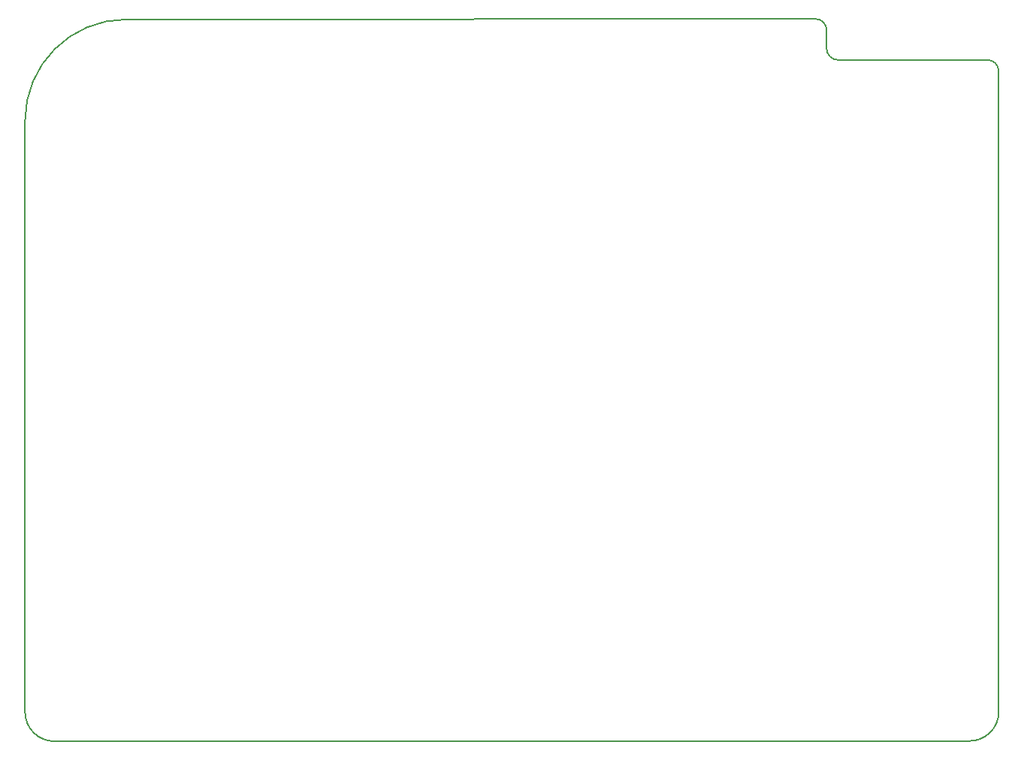
<source format=gm1>
G04 #@! TF.GenerationSoftware,KiCad,Pcbnew,(5.1.4-0-10_14)*
G04 #@! TF.CreationDate,2020-06-25T09:28:44+01:00*
G04 #@! TF.ProjectId,crabby,63726162-6279-42e6-9b69-6361645f7063,2.1*
G04 #@! TF.SameCoordinates,Original*
G04 #@! TF.FileFunction,Profile,NP*
%FSLAX46Y46*%
G04 Gerber Fmt 4.6, Leading zero omitted, Abs format (unit mm)*
G04 Created by KiCad (PCBNEW (5.1.4-0-10_14)) date 2020-06-25 09:28:44*
%MOMM*%
%LPD*%
G04 APERTURE LIST*
%ADD10C,0.150000*%
G04 APERTURE END LIST*
D10*
X126680000Y-21090000D02*
G75*
G02X125400000Y-19820039I-10000J1269961D01*
G01*
X125400000Y-17730000D02*
X125400000Y-19820039D01*
X124150000Y-16470000D02*
G75*
G02X125400000Y-17730040I0J-1250040D01*
G01*
X38459983Y-97898485D02*
G75*
G02X35060000Y-94600000I-99983J3298485D01*
G01*
X144799985Y-94580000D02*
G75*
G02X141398485Y-97870000I-3301500J10000D01*
G01*
X143510000Y-21090000D02*
G75*
G02X144780000Y-22360000I0J-1270000D01*
G01*
X35060000Y-27940000D02*
G75*
G02X46490000Y-16510000I11430000J0D01*
G01*
X143510000Y-21090000D02*
X126680000Y-21090000D01*
X35060000Y-27940000D02*
X35060000Y-94600000D01*
X38459983Y-97898485D02*
X141400000Y-97870000D01*
X144780000Y-22360000D02*
X144799985Y-94580000D01*
X124150000Y-16470000D02*
X46490000Y-16510000D01*
M02*

</source>
